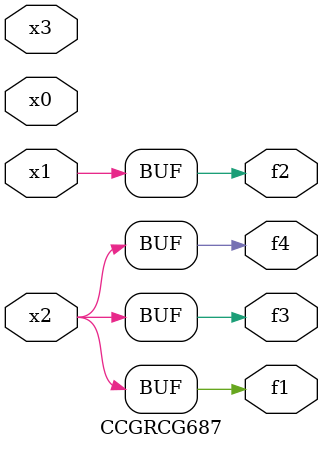
<source format=v>
module CCGRCG687(
	input x0, x1, x2, x3,
	output f1, f2, f3, f4
);
	assign f1 = x2;
	assign f2 = x1;
	assign f3 = x2;
	assign f4 = x2;
endmodule

</source>
